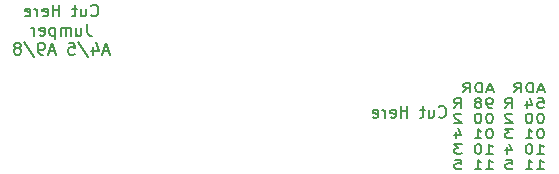
<source format=gbr>
%TF.GenerationSoftware,KiCad,Pcbnew,7.0.2-0*%
%TF.CreationDate,2024-02-04T18:50:32+09:00*%
%TF.ProjectId,cpu-rom,6370752d-726f-46d2-9e6b-696361645f70,rev?*%
%TF.SameCoordinates,Original*%
%TF.FileFunction,Legend,Bot*%
%TF.FilePolarity,Positive*%
%FSLAX46Y46*%
G04 Gerber Fmt 4.6, Leading zero omitted, Abs format (unit mm)*
G04 Created by KiCad (PCBNEW 7.0.2-0) date 2024-02-04 18:50:32*
%MOMM*%
%LPD*%
G01*
G04 APERTURE LIST*
%ADD10C,0.150000*%
G04 APERTURE END LIST*
D10*
X147510523Y-100635523D02*
X147034333Y-100635523D01*
X147605761Y-100864095D02*
X147272428Y-100064095D01*
X147272428Y-100064095D02*
X146939095Y-100864095D01*
X146605761Y-100864095D02*
X146605761Y-100064095D01*
X146605761Y-100064095D02*
X146367666Y-100064095D01*
X146367666Y-100064095D02*
X146224809Y-100102190D01*
X146224809Y-100102190D02*
X146129571Y-100178380D01*
X146129571Y-100178380D02*
X146081952Y-100254571D01*
X146081952Y-100254571D02*
X146034333Y-100406952D01*
X146034333Y-100406952D02*
X146034333Y-100521238D01*
X146034333Y-100521238D02*
X146081952Y-100673619D01*
X146081952Y-100673619D02*
X146129571Y-100749809D01*
X146129571Y-100749809D02*
X146224809Y-100826000D01*
X146224809Y-100826000D02*
X146367666Y-100864095D01*
X146367666Y-100864095D02*
X146605761Y-100864095D01*
X145034333Y-100864095D02*
X145367666Y-100483142D01*
X145605761Y-100864095D02*
X145605761Y-100064095D01*
X145605761Y-100064095D02*
X145224809Y-100064095D01*
X145224809Y-100064095D02*
X145129571Y-100102190D01*
X145129571Y-100102190D02*
X145081952Y-100140285D01*
X145081952Y-100140285D02*
X145034333Y-100216476D01*
X145034333Y-100216476D02*
X145034333Y-100330761D01*
X145034333Y-100330761D02*
X145081952Y-100406952D01*
X145081952Y-100406952D02*
X145129571Y-100445047D01*
X145129571Y-100445047D02*
X145224809Y-100483142D01*
X145224809Y-100483142D02*
X145605761Y-100483142D01*
X146986714Y-101360095D02*
X147462904Y-101360095D01*
X147462904Y-101360095D02*
X147510523Y-101741047D01*
X147510523Y-101741047D02*
X147462904Y-101702952D01*
X147462904Y-101702952D02*
X147367666Y-101664857D01*
X147367666Y-101664857D02*
X147129571Y-101664857D01*
X147129571Y-101664857D02*
X147034333Y-101702952D01*
X147034333Y-101702952D02*
X146986714Y-101741047D01*
X146986714Y-101741047D02*
X146939095Y-101817238D01*
X146939095Y-101817238D02*
X146939095Y-102007714D01*
X146939095Y-102007714D02*
X146986714Y-102083904D01*
X146986714Y-102083904D02*
X147034333Y-102122000D01*
X147034333Y-102122000D02*
X147129571Y-102160095D01*
X147129571Y-102160095D02*
X147367666Y-102160095D01*
X147367666Y-102160095D02*
X147462904Y-102122000D01*
X147462904Y-102122000D02*
X147510523Y-102083904D01*
X146081952Y-101626761D02*
X146081952Y-102160095D01*
X146320047Y-101322000D02*
X146558142Y-101893428D01*
X146558142Y-101893428D02*
X145939095Y-101893428D01*
X144224809Y-102160095D02*
X144558142Y-101779142D01*
X144796237Y-102160095D02*
X144796237Y-101360095D01*
X144796237Y-101360095D02*
X144415285Y-101360095D01*
X144415285Y-101360095D02*
X144320047Y-101398190D01*
X144320047Y-101398190D02*
X144272428Y-101436285D01*
X144272428Y-101436285D02*
X144224809Y-101512476D01*
X144224809Y-101512476D02*
X144224809Y-101626761D01*
X144224809Y-101626761D02*
X144272428Y-101702952D01*
X144272428Y-101702952D02*
X144320047Y-101741047D01*
X144320047Y-101741047D02*
X144415285Y-101779142D01*
X144415285Y-101779142D02*
X144796237Y-101779142D01*
X147272428Y-102656095D02*
X147177190Y-102656095D01*
X147177190Y-102656095D02*
X147081952Y-102694190D01*
X147081952Y-102694190D02*
X147034333Y-102732285D01*
X147034333Y-102732285D02*
X146986714Y-102808476D01*
X146986714Y-102808476D02*
X146939095Y-102960857D01*
X146939095Y-102960857D02*
X146939095Y-103151333D01*
X146939095Y-103151333D02*
X146986714Y-103303714D01*
X146986714Y-103303714D02*
X147034333Y-103379904D01*
X147034333Y-103379904D02*
X147081952Y-103418000D01*
X147081952Y-103418000D02*
X147177190Y-103456095D01*
X147177190Y-103456095D02*
X147272428Y-103456095D01*
X147272428Y-103456095D02*
X147367666Y-103418000D01*
X147367666Y-103418000D02*
X147415285Y-103379904D01*
X147415285Y-103379904D02*
X147462904Y-103303714D01*
X147462904Y-103303714D02*
X147510523Y-103151333D01*
X147510523Y-103151333D02*
X147510523Y-102960857D01*
X147510523Y-102960857D02*
X147462904Y-102808476D01*
X147462904Y-102808476D02*
X147415285Y-102732285D01*
X147415285Y-102732285D02*
X147367666Y-102694190D01*
X147367666Y-102694190D02*
X147272428Y-102656095D01*
X146320047Y-102656095D02*
X146224809Y-102656095D01*
X146224809Y-102656095D02*
X146129571Y-102694190D01*
X146129571Y-102694190D02*
X146081952Y-102732285D01*
X146081952Y-102732285D02*
X146034333Y-102808476D01*
X146034333Y-102808476D02*
X145986714Y-102960857D01*
X145986714Y-102960857D02*
X145986714Y-103151333D01*
X145986714Y-103151333D02*
X146034333Y-103303714D01*
X146034333Y-103303714D02*
X146081952Y-103379904D01*
X146081952Y-103379904D02*
X146129571Y-103418000D01*
X146129571Y-103418000D02*
X146224809Y-103456095D01*
X146224809Y-103456095D02*
X146320047Y-103456095D01*
X146320047Y-103456095D02*
X146415285Y-103418000D01*
X146415285Y-103418000D02*
X146462904Y-103379904D01*
X146462904Y-103379904D02*
X146510523Y-103303714D01*
X146510523Y-103303714D02*
X146558142Y-103151333D01*
X146558142Y-103151333D02*
X146558142Y-102960857D01*
X146558142Y-102960857D02*
X146510523Y-102808476D01*
X146510523Y-102808476D02*
X146462904Y-102732285D01*
X146462904Y-102732285D02*
X146415285Y-102694190D01*
X146415285Y-102694190D02*
X146320047Y-102656095D01*
X144843856Y-102732285D02*
X144796237Y-102694190D01*
X144796237Y-102694190D02*
X144700999Y-102656095D01*
X144700999Y-102656095D02*
X144462904Y-102656095D01*
X144462904Y-102656095D02*
X144367666Y-102694190D01*
X144367666Y-102694190D02*
X144320047Y-102732285D01*
X144320047Y-102732285D02*
X144272428Y-102808476D01*
X144272428Y-102808476D02*
X144272428Y-102884666D01*
X144272428Y-102884666D02*
X144320047Y-102998952D01*
X144320047Y-102998952D02*
X144891475Y-103456095D01*
X144891475Y-103456095D02*
X144272428Y-103456095D01*
X147272428Y-103952095D02*
X147177190Y-103952095D01*
X147177190Y-103952095D02*
X147081952Y-103990190D01*
X147081952Y-103990190D02*
X147034333Y-104028285D01*
X147034333Y-104028285D02*
X146986714Y-104104476D01*
X146986714Y-104104476D02*
X146939095Y-104256857D01*
X146939095Y-104256857D02*
X146939095Y-104447333D01*
X146939095Y-104447333D02*
X146986714Y-104599714D01*
X146986714Y-104599714D02*
X147034333Y-104675904D01*
X147034333Y-104675904D02*
X147081952Y-104714000D01*
X147081952Y-104714000D02*
X147177190Y-104752095D01*
X147177190Y-104752095D02*
X147272428Y-104752095D01*
X147272428Y-104752095D02*
X147367666Y-104714000D01*
X147367666Y-104714000D02*
X147415285Y-104675904D01*
X147415285Y-104675904D02*
X147462904Y-104599714D01*
X147462904Y-104599714D02*
X147510523Y-104447333D01*
X147510523Y-104447333D02*
X147510523Y-104256857D01*
X147510523Y-104256857D02*
X147462904Y-104104476D01*
X147462904Y-104104476D02*
X147415285Y-104028285D01*
X147415285Y-104028285D02*
X147367666Y-103990190D01*
X147367666Y-103990190D02*
X147272428Y-103952095D01*
X145986714Y-104752095D02*
X146558142Y-104752095D01*
X146272428Y-104752095D02*
X146272428Y-103952095D01*
X146272428Y-103952095D02*
X146367666Y-104066380D01*
X146367666Y-104066380D02*
X146462904Y-104142571D01*
X146462904Y-104142571D02*
X146558142Y-104180666D01*
X144891475Y-103952095D02*
X144272428Y-103952095D01*
X144272428Y-103952095D02*
X144605761Y-104256857D01*
X144605761Y-104256857D02*
X144462904Y-104256857D01*
X144462904Y-104256857D02*
X144367666Y-104294952D01*
X144367666Y-104294952D02*
X144320047Y-104333047D01*
X144320047Y-104333047D02*
X144272428Y-104409238D01*
X144272428Y-104409238D02*
X144272428Y-104599714D01*
X144272428Y-104599714D02*
X144320047Y-104675904D01*
X144320047Y-104675904D02*
X144367666Y-104714000D01*
X144367666Y-104714000D02*
X144462904Y-104752095D01*
X144462904Y-104752095D02*
X144748618Y-104752095D01*
X144748618Y-104752095D02*
X144843856Y-104714000D01*
X144843856Y-104714000D02*
X144891475Y-104675904D01*
X146939095Y-106048095D02*
X147510523Y-106048095D01*
X147224809Y-106048095D02*
X147224809Y-105248095D01*
X147224809Y-105248095D02*
X147320047Y-105362380D01*
X147320047Y-105362380D02*
X147415285Y-105438571D01*
X147415285Y-105438571D02*
X147510523Y-105476666D01*
X146320047Y-105248095D02*
X146224809Y-105248095D01*
X146224809Y-105248095D02*
X146129571Y-105286190D01*
X146129571Y-105286190D02*
X146081952Y-105324285D01*
X146081952Y-105324285D02*
X146034333Y-105400476D01*
X146034333Y-105400476D02*
X145986714Y-105552857D01*
X145986714Y-105552857D02*
X145986714Y-105743333D01*
X145986714Y-105743333D02*
X146034333Y-105895714D01*
X146034333Y-105895714D02*
X146081952Y-105971904D01*
X146081952Y-105971904D02*
X146129571Y-106010000D01*
X146129571Y-106010000D02*
X146224809Y-106048095D01*
X146224809Y-106048095D02*
X146320047Y-106048095D01*
X146320047Y-106048095D02*
X146415285Y-106010000D01*
X146415285Y-106010000D02*
X146462904Y-105971904D01*
X146462904Y-105971904D02*
X146510523Y-105895714D01*
X146510523Y-105895714D02*
X146558142Y-105743333D01*
X146558142Y-105743333D02*
X146558142Y-105552857D01*
X146558142Y-105552857D02*
X146510523Y-105400476D01*
X146510523Y-105400476D02*
X146462904Y-105324285D01*
X146462904Y-105324285D02*
X146415285Y-105286190D01*
X146415285Y-105286190D02*
X146320047Y-105248095D01*
X144367666Y-105514761D02*
X144367666Y-106048095D01*
X144605761Y-105210000D02*
X144843856Y-105781428D01*
X144843856Y-105781428D02*
X144224809Y-105781428D01*
X146939095Y-107344095D02*
X147510523Y-107344095D01*
X147224809Y-107344095D02*
X147224809Y-106544095D01*
X147224809Y-106544095D02*
X147320047Y-106658380D01*
X147320047Y-106658380D02*
X147415285Y-106734571D01*
X147415285Y-106734571D02*
X147510523Y-106772666D01*
X145986714Y-107344095D02*
X146558142Y-107344095D01*
X146272428Y-107344095D02*
X146272428Y-106544095D01*
X146272428Y-106544095D02*
X146367666Y-106658380D01*
X146367666Y-106658380D02*
X146462904Y-106734571D01*
X146462904Y-106734571D02*
X146558142Y-106772666D01*
X144320047Y-106544095D02*
X144796237Y-106544095D01*
X144796237Y-106544095D02*
X144843856Y-106925047D01*
X144843856Y-106925047D02*
X144796237Y-106886952D01*
X144796237Y-106886952D02*
X144700999Y-106848857D01*
X144700999Y-106848857D02*
X144462904Y-106848857D01*
X144462904Y-106848857D02*
X144367666Y-106886952D01*
X144367666Y-106886952D02*
X144320047Y-106925047D01*
X144320047Y-106925047D02*
X144272428Y-107001238D01*
X144272428Y-107001238D02*
X144272428Y-107191714D01*
X144272428Y-107191714D02*
X144320047Y-107267904D01*
X144320047Y-107267904D02*
X144367666Y-107306000D01*
X144367666Y-107306000D02*
X144462904Y-107344095D01*
X144462904Y-107344095D02*
X144700999Y-107344095D01*
X144700999Y-107344095D02*
X144796237Y-107306000D01*
X144796237Y-107306000D02*
X144843856Y-107267904D01*
X138636476Y-102906380D02*
X138684095Y-102954000D01*
X138684095Y-102954000D02*
X138826952Y-103001619D01*
X138826952Y-103001619D02*
X138922190Y-103001619D01*
X138922190Y-103001619D02*
X139065047Y-102954000D01*
X139065047Y-102954000D02*
X139160285Y-102858761D01*
X139160285Y-102858761D02*
X139207904Y-102763523D01*
X139207904Y-102763523D02*
X139255523Y-102573047D01*
X139255523Y-102573047D02*
X139255523Y-102430190D01*
X139255523Y-102430190D02*
X139207904Y-102239714D01*
X139207904Y-102239714D02*
X139160285Y-102144476D01*
X139160285Y-102144476D02*
X139065047Y-102049238D01*
X139065047Y-102049238D02*
X138922190Y-102001619D01*
X138922190Y-102001619D02*
X138826952Y-102001619D01*
X138826952Y-102001619D02*
X138684095Y-102049238D01*
X138684095Y-102049238D02*
X138636476Y-102096857D01*
X137779333Y-102334952D02*
X137779333Y-103001619D01*
X138207904Y-102334952D02*
X138207904Y-102858761D01*
X138207904Y-102858761D02*
X138160285Y-102954000D01*
X138160285Y-102954000D02*
X138065047Y-103001619D01*
X138065047Y-103001619D02*
X137922190Y-103001619D01*
X137922190Y-103001619D02*
X137826952Y-102954000D01*
X137826952Y-102954000D02*
X137779333Y-102906380D01*
X137445999Y-102334952D02*
X137065047Y-102334952D01*
X137303142Y-102001619D02*
X137303142Y-102858761D01*
X137303142Y-102858761D02*
X137255523Y-102954000D01*
X137255523Y-102954000D02*
X137160285Y-103001619D01*
X137160285Y-103001619D02*
X137065047Y-103001619D01*
X135969808Y-103001619D02*
X135969808Y-102001619D01*
X135969808Y-102477809D02*
X135398380Y-102477809D01*
X135398380Y-103001619D02*
X135398380Y-102001619D01*
X134541237Y-102954000D02*
X134636475Y-103001619D01*
X134636475Y-103001619D02*
X134826951Y-103001619D01*
X134826951Y-103001619D02*
X134922189Y-102954000D01*
X134922189Y-102954000D02*
X134969808Y-102858761D01*
X134969808Y-102858761D02*
X134969808Y-102477809D01*
X134969808Y-102477809D02*
X134922189Y-102382571D01*
X134922189Y-102382571D02*
X134826951Y-102334952D01*
X134826951Y-102334952D02*
X134636475Y-102334952D01*
X134636475Y-102334952D02*
X134541237Y-102382571D01*
X134541237Y-102382571D02*
X134493618Y-102477809D01*
X134493618Y-102477809D02*
X134493618Y-102573047D01*
X134493618Y-102573047D02*
X134969808Y-102668285D01*
X134065046Y-103001619D02*
X134065046Y-102334952D01*
X134065046Y-102525428D02*
X134017427Y-102430190D01*
X134017427Y-102430190D02*
X133969808Y-102382571D01*
X133969808Y-102382571D02*
X133874570Y-102334952D01*
X133874570Y-102334952D02*
X133779332Y-102334952D01*
X133065046Y-102954000D02*
X133160284Y-103001619D01*
X133160284Y-103001619D02*
X133350760Y-103001619D01*
X133350760Y-103001619D02*
X133445998Y-102954000D01*
X133445998Y-102954000D02*
X133493617Y-102858761D01*
X133493617Y-102858761D02*
X133493617Y-102477809D01*
X133493617Y-102477809D02*
X133445998Y-102382571D01*
X133445998Y-102382571D02*
X133350760Y-102334952D01*
X133350760Y-102334952D02*
X133160284Y-102334952D01*
X133160284Y-102334952D02*
X133065046Y-102382571D01*
X133065046Y-102382571D02*
X133017427Y-102477809D01*
X133017427Y-102477809D02*
X133017427Y-102573047D01*
X133017427Y-102573047D02*
X133493617Y-102668285D01*
X109180000Y-94332380D02*
X109227619Y-94380000D01*
X109227619Y-94380000D02*
X109370476Y-94427619D01*
X109370476Y-94427619D02*
X109465714Y-94427619D01*
X109465714Y-94427619D02*
X109608571Y-94380000D01*
X109608571Y-94380000D02*
X109703809Y-94284761D01*
X109703809Y-94284761D02*
X109751428Y-94189523D01*
X109751428Y-94189523D02*
X109799047Y-93999047D01*
X109799047Y-93999047D02*
X109799047Y-93856190D01*
X109799047Y-93856190D02*
X109751428Y-93665714D01*
X109751428Y-93665714D02*
X109703809Y-93570476D01*
X109703809Y-93570476D02*
X109608571Y-93475238D01*
X109608571Y-93475238D02*
X109465714Y-93427619D01*
X109465714Y-93427619D02*
X109370476Y-93427619D01*
X109370476Y-93427619D02*
X109227619Y-93475238D01*
X109227619Y-93475238D02*
X109180000Y-93522857D01*
X108322857Y-93760952D02*
X108322857Y-94427619D01*
X108751428Y-93760952D02*
X108751428Y-94284761D01*
X108751428Y-94284761D02*
X108703809Y-94380000D01*
X108703809Y-94380000D02*
X108608571Y-94427619D01*
X108608571Y-94427619D02*
X108465714Y-94427619D01*
X108465714Y-94427619D02*
X108370476Y-94380000D01*
X108370476Y-94380000D02*
X108322857Y-94332380D01*
X107989523Y-93760952D02*
X107608571Y-93760952D01*
X107846666Y-93427619D02*
X107846666Y-94284761D01*
X107846666Y-94284761D02*
X107799047Y-94380000D01*
X107799047Y-94380000D02*
X107703809Y-94427619D01*
X107703809Y-94427619D02*
X107608571Y-94427619D01*
X106513332Y-94427619D02*
X106513332Y-93427619D01*
X106513332Y-93903809D02*
X105941904Y-93903809D01*
X105941904Y-94427619D02*
X105941904Y-93427619D01*
X105084761Y-94380000D02*
X105179999Y-94427619D01*
X105179999Y-94427619D02*
X105370475Y-94427619D01*
X105370475Y-94427619D02*
X105465713Y-94380000D01*
X105465713Y-94380000D02*
X105513332Y-94284761D01*
X105513332Y-94284761D02*
X105513332Y-93903809D01*
X105513332Y-93903809D02*
X105465713Y-93808571D01*
X105465713Y-93808571D02*
X105370475Y-93760952D01*
X105370475Y-93760952D02*
X105179999Y-93760952D01*
X105179999Y-93760952D02*
X105084761Y-93808571D01*
X105084761Y-93808571D02*
X105037142Y-93903809D01*
X105037142Y-93903809D02*
X105037142Y-93999047D01*
X105037142Y-93999047D02*
X105513332Y-94094285D01*
X104608570Y-94427619D02*
X104608570Y-93760952D01*
X104608570Y-93951428D02*
X104560951Y-93856190D01*
X104560951Y-93856190D02*
X104513332Y-93808571D01*
X104513332Y-93808571D02*
X104418094Y-93760952D01*
X104418094Y-93760952D02*
X104322856Y-93760952D01*
X103608570Y-94380000D02*
X103703808Y-94427619D01*
X103703808Y-94427619D02*
X103894284Y-94427619D01*
X103894284Y-94427619D02*
X103989522Y-94380000D01*
X103989522Y-94380000D02*
X104037141Y-94284761D01*
X104037141Y-94284761D02*
X104037141Y-93903809D01*
X104037141Y-93903809D02*
X103989522Y-93808571D01*
X103989522Y-93808571D02*
X103894284Y-93760952D01*
X103894284Y-93760952D02*
X103703808Y-93760952D01*
X103703808Y-93760952D02*
X103608570Y-93808571D01*
X103608570Y-93808571D02*
X103560951Y-93903809D01*
X103560951Y-93903809D02*
X103560951Y-93999047D01*
X103560951Y-93999047D02*
X104037141Y-94094285D01*
X108846666Y-95047619D02*
X108846666Y-95761904D01*
X108846666Y-95761904D02*
X108894285Y-95904761D01*
X108894285Y-95904761D02*
X108989523Y-96000000D01*
X108989523Y-96000000D02*
X109132380Y-96047619D01*
X109132380Y-96047619D02*
X109227618Y-96047619D01*
X107941904Y-95380952D02*
X107941904Y-96047619D01*
X108370475Y-95380952D02*
X108370475Y-95904761D01*
X108370475Y-95904761D02*
X108322856Y-96000000D01*
X108322856Y-96000000D02*
X108227618Y-96047619D01*
X108227618Y-96047619D02*
X108084761Y-96047619D01*
X108084761Y-96047619D02*
X107989523Y-96000000D01*
X107989523Y-96000000D02*
X107941904Y-95952380D01*
X107465713Y-96047619D02*
X107465713Y-95380952D01*
X107465713Y-95476190D02*
X107418094Y-95428571D01*
X107418094Y-95428571D02*
X107322856Y-95380952D01*
X107322856Y-95380952D02*
X107179999Y-95380952D01*
X107179999Y-95380952D02*
X107084761Y-95428571D01*
X107084761Y-95428571D02*
X107037142Y-95523809D01*
X107037142Y-95523809D02*
X107037142Y-96047619D01*
X107037142Y-95523809D02*
X106989523Y-95428571D01*
X106989523Y-95428571D02*
X106894285Y-95380952D01*
X106894285Y-95380952D02*
X106751428Y-95380952D01*
X106751428Y-95380952D02*
X106656189Y-95428571D01*
X106656189Y-95428571D02*
X106608570Y-95523809D01*
X106608570Y-95523809D02*
X106608570Y-96047619D01*
X106132380Y-95380952D02*
X106132380Y-96380952D01*
X106132380Y-95428571D02*
X106037142Y-95380952D01*
X106037142Y-95380952D02*
X105846666Y-95380952D01*
X105846666Y-95380952D02*
X105751428Y-95428571D01*
X105751428Y-95428571D02*
X105703809Y-95476190D01*
X105703809Y-95476190D02*
X105656190Y-95571428D01*
X105656190Y-95571428D02*
X105656190Y-95857142D01*
X105656190Y-95857142D02*
X105703809Y-95952380D01*
X105703809Y-95952380D02*
X105751428Y-96000000D01*
X105751428Y-96000000D02*
X105846666Y-96047619D01*
X105846666Y-96047619D02*
X106037142Y-96047619D01*
X106037142Y-96047619D02*
X106132380Y-96000000D01*
X104846666Y-96000000D02*
X104941904Y-96047619D01*
X104941904Y-96047619D02*
X105132380Y-96047619D01*
X105132380Y-96047619D02*
X105227618Y-96000000D01*
X105227618Y-96000000D02*
X105275237Y-95904761D01*
X105275237Y-95904761D02*
X105275237Y-95523809D01*
X105275237Y-95523809D02*
X105227618Y-95428571D01*
X105227618Y-95428571D02*
X105132380Y-95380952D01*
X105132380Y-95380952D02*
X104941904Y-95380952D01*
X104941904Y-95380952D02*
X104846666Y-95428571D01*
X104846666Y-95428571D02*
X104799047Y-95523809D01*
X104799047Y-95523809D02*
X104799047Y-95619047D01*
X104799047Y-95619047D02*
X105275237Y-95714285D01*
X104370475Y-96047619D02*
X104370475Y-95380952D01*
X104370475Y-95571428D02*
X104322856Y-95476190D01*
X104322856Y-95476190D02*
X104275237Y-95428571D01*
X104275237Y-95428571D02*
X104179999Y-95380952D01*
X104179999Y-95380952D02*
X104084761Y-95380952D01*
X110679999Y-97381904D02*
X110203809Y-97381904D01*
X110775237Y-97667619D02*
X110441904Y-96667619D01*
X110441904Y-96667619D02*
X110108571Y-97667619D01*
X109346666Y-97000952D02*
X109346666Y-97667619D01*
X109584761Y-96620000D02*
X109822856Y-97334285D01*
X109822856Y-97334285D02*
X109203809Y-97334285D01*
X108108571Y-96620000D02*
X108965713Y-97905714D01*
X107299047Y-96667619D02*
X107775237Y-96667619D01*
X107775237Y-96667619D02*
X107822856Y-97143809D01*
X107822856Y-97143809D02*
X107775237Y-97096190D01*
X107775237Y-97096190D02*
X107679999Y-97048571D01*
X107679999Y-97048571D02*
X107441904Y-97048571D01*
X107441904Y-97048571D02*
X107346666Y-97096190D01*
X107346666Y-97096190D02*
X107299047Y-97143809D01*
X107299047Y-97143809D02*
X107251428Y-97239047D01*
X107251428Y-97239047D02*
X107251428Y-97477142D01*
X107251428Y-97477142D02*
X107299047Y-97572380D01*
X107299047Y-97572380D02*
X107346666Y-97620000D01*
X107346666Y-97620000D02*
X107441904Y-97667619D01*
X107441904Y-97667619D02*
X107679999Y-97667619D01*
X107679999Y-97667619D02*
X107775237Y-97620000D01*
X107775237Y-97620000D02*
X107822856Y-97572380D01*
X106108570Y-97381904D02*
X105632380Y-97381904D01*
X106203808Y-97667619D02*
X105870475Y-96667619D01*
X105870475Y-96667619D02*
X105537142Y-97667619D01*
X105156189Y-97667619D02*
X104965713Y-97667619D01*
X104965713Y-97667619D02*
X104870475Y-97620000D01*
X104870475Y-97620000D02*
X104822856Y-97572380D01*
X104822856Y-97572380D02*
X104727618Y-97429523D01*
X104727618Y-97429523D02*
X104679999Y-97239047D01*
X104679999Y-97239047D02*
X104679999Y-96858095D01*
X104679999Y-96858095D02*
X104727618Y-96762857D01*
X104727618Y-96762857D02*
X104775237Y-96715238D01*
X104775237Y-96715238D02*
X104870475Y-96667619D01*
X104870475Y-96667619D02*
X105060951Y-96667619D01*
X105060951Y-96667619D02*
X105156189Y-96715238D01*
X105156189Y-96715238D02*
X105203808Y-96762857D01*
X105203808Y-96762857D02*
X105251427Y-96858095D01*
X105251427Y-96858095D02*
X105251427Y-97096190D01*
X105251427Y-97096190D02*
X105203808Y-97191428D01*
X105203808Y-97191428D02*
X105156189Y-97239047D01*
X105156189Y-97239047D02*
X105060951Y-97286666D01*
X105060951Y-97286666D02*
X104870475Y-97286666D01*
X104870475Y-97286666D02*
X104775237Y-97239047D01*
X104775237Y-97239047D02*
X104727618Y-97191428D01*
X104727618Y-97191428D02*
X104679999Y-97096190D01*
X103537142Y-96620000D02*
X104394284Y-97905714D01*
X103060951Y-97096190D02*
X103156189Y-97048571D01*
X103156189Y-97048571D02*
X103203808Y-97000952D01*
X103203808Y-97000952D02*
X103251427Y-96905714D01*
X103251427Y-96905714D02*
X103251427Y-96858095D01*
X103251427Y-96858095D02*
X103203808Y-96762857D01*
X103203808Y-96762857D02*
X103156189Y-96715238D01*
X103156189Y-96715238D02*
X103060951Y-96667619D01*
X103060951Y-96667619D02*
X102870475Y-96667619D01*
X102870475Y-96667619D02*
X102775237Y-96715238D01*
X102775237Y-96715238D02*
X102727618Y-96762857D01*
X102727618Y-96762857D02*
X102679999Y-96858095D01*
X102679999Y-96858095D02*
X102679999Y-96905714D01*
X102679999Y-96905714D02*
X102727618Y-97000952D01*
X102727618Y-97000952D02*
X102775237Y-97048571D01*
X102775237Y-97048571D02*
X102870475Y-97096190D01*
X102870475Y-97096190D02*
X103060951Y-97096190D01*
X103060951Y-97096190D02*
X103156189Y-97143809D01*
X103156189Y-97143809D02*
X103203808Y-97191428D01*
X103203808Y-97191428D02*
X103251427Y-97286666D01*
X103251427Y-97286666D02*
X103251427Y-97477142D01*
X103251427Y-97477142D02*
X103203808Y-97572380D01*
X103203808Y-97572380D02*
X103156189Y-97620000D01*
X103156189Y-97620000D02*
X103060951Y-97667619D01*
X103060951Y-97667619D02*
X102870475Y-97667619D01*
X102870475Y-97667619D02*
X102775237Y-97620000D01*
X102775237Y-97620000D02*
X102727618Y-97572380D01*
X102727618Y-97572380D02*
X102679999Y-97477142D01*
X102679999Y-97477142D02*
X102679999Y-97286666D01*
X102679999Y-97286666D02*
X102727618Y-97191428D01*
X102727618Y-97191428D02*
X102775237Y-97143809D01*
X102775237Y-97143809D02*
X102870475Y-97096190D01*
X143192523Y-100635523D02*
X142716333Y-100635523D01*
X143287761Y-100864095D02*
X142954428Y-100064095D01*
X142954428Y-100064095D02*
X142621095Y-100864095D01*
X142287761Y-100864095D02*
X142287761Y-100064095D01*
X142287761Y-100064095D02*
X142049666Y-100064095D01*
X142049666Y-100064095D02*
X141906809Y-100102190D01*
X141906809Y-100102190D02*
X141811571Y-100178380D01*
X141811571Y-100178380D02*
X141763952Y-100254571D01*
X141763952Y-100254571D02*
X141716333Y-100406952D01*
X141716333Y-100406952D02*
X141716333Y-100521238D01*
X141716333Y-100521238D02*
X141763952Y-100673619D01*
X141763952Y-100673619D02*
X141811571Y-100749809D01*
X141811571Y-100749809D02*
X141906809Y-100826000D01*
X141906809Y-100826000D02*
X142049666Y-100864095D01*
X142049666Y-100864095D02*
X142287761Y-100864095D01*
X140716333Y-100864095D02*
X141049666Y-100483142D01*
X141287761Y-100864095D02*
X141287761Y-100064095D01*
X141287761Y-100064095D02*
X140906809Y-100064095D01*
X140906809Y-100064095D02*
X140811571Y-100102190D01*
X140811571Y-100102190D02*
X140763952Y-100140285D01*
X140763952Y-100140285D02*
X140716333Y-100216476D01*
X140716333Y-100216476D02*
X140716333Y-100330761D01*
X140716333Y-100330761D02*
X140763952Y-100406952D01*
X140763952Y-100406952D02*
X140811571Y-100445047D01*
X140811571Y-100445047D02*
X140906809Y-100483142D01*
X140906809Y-100483142D02*
X141287761Y-100483142D01*
X143097285Y-102160095D02*
X142906809Y-102160095D01*
X142906809Y-102160095D02*
X142811571Y-102122000D01*
X142811571Y-102122000D02*
X142763952Y-102083904D01*
X142763952Y-102083904D02*
X142668714Y-101969619D01*
X142668714Y-101969619D02*
X142621095Y-101817238D01*
X142621095Y-101817238D02*
X142621095Y-101512476D01*
X142621095Y-101512476D02*
X142668714Y-101436285D01*
X142668714Y-101436285D02*
X142716333Y-101398190D01*
X142716333Y-101398190D02*
X142811571Y-101360095D01*
X142811571Y-101360095D02*
X143002047Y-101360095D01*
X143002047Y-101360095D02*
X143097285Y-101398190D01*
X143097285Y-101398190D02*
X143144904Y-101436285D01*
X143144904Y-101436285D02*
X143192523Y-101512476D01*
X143192523Y-101512476D02*
X143192523Y-101702952D01*
X143192523Y-101702952D02*
X143144904Y-101779142D01*
X143144904Y-101779142D02*
X143097285Y-101817238D01*
X143097285Y-101817238D02*
X143002047Y-101855333D01*
X143002047Y-101855333D02*
X142811571Y-101855333D01*
X142811571Y-101855333D02*
X142716333Y-101817238D01*
X142716333Y-101817238D02*
X142668714Y-101779142D01*
X142668714Y-101779142D02*
X142621095Y-101702952D01*
X142049666Y-101702952D02*
X142144904Y-101664857D01*
X142144904Y-101664857D02*
X142192523Y-101626761D01*
X142192523Y-101626761D02*
X142240142Y-101550571D01*
X142240142Y-101550571D02*
X142240142Y-101512476D01*
X142240142Y-101512476D02*
X142192523Y-101436285D01*
X142192523Y-101436285D02*
X142144904Y-101398190D01*
X142144904Y-101398190D02*
X142049666Y-101360095D01*
X142049666Y-101360095D02*
X141859190Y-101360095D01*
X141859190Y-101360095D02*
X141763952Y-101398190D01*
X141763952Y-101398190D02*
X141716333Y-101436285D01*
X141716333Y-101436285D02*
X141668714Y-101512476D01*
X141668714Y-101512476D02*
X141668714Y-101550571D01*
X141668714Y-101550571D02*
X141716333Y-101626761D01*
X141716333Y-101626761D02*
X141763952Y-101664857D01*
X141763952Y-101664857D02*
X141859190Y-101702952D01*
X141859190Y-101702952D02*
X142049666Y-101702952D01*
X142049666Y-101702952D02*
X142144904Y-101741047D01*
X142144904Y-101741047D02*
X142192523Y-101779142D01*
X142192523Y-101779142D02*
X142240142Y-101855333D01*
X142240142Y-101855333D02*
X142240142Y-102007714D01*
X142240142Y-102007714D02*
X142192523Y-102083904D01*
X142192523Y-102083904D02*
X142144904Y-102122000D01*
X142144904Y-102122000D02*
X142049666Y-102160095D01*
X142049666Y-102160095D02*
X141859190Y-102160095D01*
X141859190Y-102160095D02*
X141763952Y-102122000D01*
X141763952Y-102122000D02*
X141716333Y-102083904D01*
X141716333Y-102083904D02*
X141668714Y-102007714D01*
X141668714Y-102007714D02*
X141668714Y-101855333D01*
X141668714Y-101855333D02*
X141716333Y-101779142D01*
X141716333Y-101779142D02*
X141763952Y-101741047D01*
X141763952Y-101741047D02*
X141859190Y-101702952D01*
X139906809Y-102160095D02*
X140240142Y-101779142D01*
X140478237Y-102160095D02*
X140478237Y-101360095D01*
X140478237Y-101360095D02*
X140097285Y-101360095D01*
X140097285Y-101360095D02*
X140002047Y-101398190D01*
X140002047Y-101398190D02*
X139954428Y-101436285D01*
X139954428Y-101436285D02*
X139906809Y-101512476D01*
X139906809Y-101512476D02*
X139906809Y-101626761D01*
X139906809Y-101626761D02*
X139954428Y-101702952D01*
X139954428Y-101702952D02*
X140002047Y-101741047D01*
X140002047Y-101741047D02*
X140097285Y-101779142D01*
X140097285Y-101779142D02*
X140478237Y-101779142D01*
X142954428Y-102656095D02*
X142859190Y-102656095D01*
X142859190Y-102656095D02*
X142763952Y-102694190D01*
X142763952Y-102694190D02*
X142716333Y-102732285D01*
X142716333Y-102732285D02*
X142668714Y-102808476D01*
X142668714Y-102808476D02*
X142621095Y-102960857D01*
X142621095Y-102960857D02*
X142621095Y-103151333D01*
X142621095Y-103151333D02*
X142668714Y-103303714D01*
X142668714Y-103303714D02*
X142716333Y-103379904D01*
X142716333Y-103379904D02*
X142763952Y-103418000D01*
X142763952Y-103418000D02*
X142859190Y-103456095D01*
X142859190Y-103456095D02*
X142954428Y-103456095D01*
X142954428Y-103456095D02*
X143049666Y-103418000D01*
X143049666Y-103418000D02*
X143097285Y-103379904D01*
X143097285Y-103379904D02*
X143144904Y-103303714D01*
X143144904Y-103303714D02*
X143192523Y-103151333D01*
X143192523Y-103151333D02*
X143192523Y-102960857D01*
X143192523Y-102960857D02*
X143144904Y-102808476D01*
X143144904Y-102808476D02*
X143097285Y-102732285D01*
X143097285Y-102732285D02*
X143049666Y-102694190D01*
X143049666Y-102694190D02*
X142954428Y-102656095D01*
X142002047Y-102656095D02*
X141906809Y-102656095D01*
X141906809Y-102656095D02*
X141811571Y-102694190D01*
X141811571Y-102694190D02*
X141763952Y-102732285D01*
X141763952Y-102732285D02*
X141716333Y-102808476D01*
X141716333Y-102808476D02*
X141668714Y-102960857D01*
X141668714Y-102960857D02*
X141668714Y-103151333D01*
X141668714Y-103151333D02*
X141716333Y-103303714D01*
X141716333Y-103303714D02*
X141763952Y-103379904D01*
X141763952Y-103379904D02*
X141811571Y-103418000D01*
X141811571Y-103418000D02*
X141906809Y-103456095D01*
X141906809Y-103456095D02*
X142002047Y-103456095D01*
X142002047Y-103456095D02*
X142097285Y-103418000D01*
X142097285Y-103418000D02*
X142144904Y-103379904D01*
X142144904Y-103379904D02*
X142192523Y-103303714D01*
X142192523Y-103303714D02*
X142240142Y-103151333D01*
X142240142Y-103151333D02*
X142240142Y-102960857D01*
X142240142Y-102960857D02*
X142192523Y-102808476D01*
X142192523Y-102808476D02*
X142144904Y-102732285D01*
X142144904Y-102732285D02*
X142097285Y-102694190D01*
X142097285Y-102694190D02*
X142002047Y-102656095D01*
X140525856Y-102732285D02*
X140478237Y-102694190D01*
X140478237Y-102694190D02*
X140382999Y-102656095D01*
X140382999Y-102656095D02*
X140144904Y-102656095D01*
X140144904Y-102656095D02*
X140049666Y-102694190D01*
X140049666Y-102694190D02*
X140002047Y-102732285D01*
X140002047Y-102732285D02*
X139954428Y-102808476D01*
X139954428Y-102808476D02*
X139954428Y-102884666D01*
X139954428Y-102884666D02*
X140002047Y-102998952D01*
X140002047Y-102998952D02*
X140573475Y-103456095D01*
X140573475Y-103456095D02*
X139954428Y-103456095D01*
X142954428Y-103952095D02*
X142859190Y-103952095D01*
X142859190Y-103952095D02*
X142763952Y-103990190D01*
X142763952Y-103990190D02*
X142716333Y-104028285D01*
X142716333Y-104028285D02*
X142668714Y-104104476D01*
X142668714Y-104104476D02*
X142621095Y-104256857D01*
X142621095Y-104256857D02*
X142621095Y-104447333D01*
X142621095Y-104447333D02*
X142668714Y-104599714D01*
X142668714Y-104599714D02*
X142716333Y-104675904D01*
X142716333Y-104675904D02*
X142763952Y-104714000D01*
X142763952Y-104714000D02*
X142859190Y-104752095D01*
X142859190Y-104752095D02*
X142954428Y-104752095D01*
X142954428Y-104752095D02*
X143049666Y-104714000D01*
X143049666Y-104714000D02*
X143097285Y-104675904D01*
X143097285Y-104675904D02*
X143144904Y-104599714D01*
X143144904Y-104599714D02*
X143192523Y-104447333D01*
X143192523Y-104447333D02*
X143192523Y-104256857D01*
X143192523Y-104256857D02*
X143144904Y-104104476D01*
X143144904Y-104104476D02*
X143097285Y-104028285D01*
X143097285Y-104028285D02*
X143049666Y-103990190D01*
X143049666Y-103990190D02*
X142954428Y-103952095D01*
X141668714Y-104752095D02*
X142240142Y-104752095D01*
X141954428Y-104752095D02*
X141954428Y-103952095D01*
X141954428Y-103952095D02*
X142049666Y-104066380D01*
X142049666Y-104066380D02*
X142144904Y-104142571D01*
X142144904Y-104142571D02*
X142240142Y-104180666D01*
X140049666Y-104218761D02*
X140049666Y-104752095D01*
X140287761Y-103914000D02*
X140525856Y-104485428D01*
X140525856Y-104485428D02*
X139906809Y-104485428D01*
X142621095Y-106048095D02*
X143192523Y-106048095D01*
X142906809Y-106048095D02*
X142906809Y-105248095D01*
X142906809Y-105248095D02*
X143002047Y-105362380D01*
X143002047Y-105362380D02*
X143097285Y-105438571D01*
X143097285Y-105438571D02*
X143192523Y-105476666D01*
X142002047Y-105248095D02*
X141906809Y-105248095D01*
X141906809Y-105248095D02*
X141811571Y-105286190D01*
X141811571Y-105286190D02*
X141763952Y-105324285D01*
X141763952Y-105324285D02*
X141716333Y-105400476D01*
X141716333Y-105400476D02*
X141668714Y-105552857D01*
X141668714Y-105552857D02*
X141668714Y-105743333D01*
X141668714Y-105743333D02*
X141716333Y-105895714D01*
X141716333Y-105895714D02*
X141763952Y-105971904D01*
X141763952Y-105971904D02*
X141811571Y-106010000D01*
X141811571Y-106010000D02*
X141906809Y-106048095D01*
X141906809Y-106048095D02*
X142002047Y-106048095D01*
X142002047Y-106048095D02*
X142097285Y-106010000D01*
X142097285Y-106010000D02*
X142144904Y-105971904D01*
X142144904Y-105971904D02*
X142192523Y-105895714D01*
X142192523Y-105895714D02*
X142240142Y-105743333D01*
X142240142Y-105743333D02*
X142240142Y-105552857D01*
X142240142Y-105552857D02*
X142192523Y-105400476D01*
X142192523Y-105400476D02*
X142144904Y-105324285D01*
X142144904Y-105324285D02*
X142097285Y-105286190D01*
X142097285Y-105286190D02*
X142002047Y-105248095D01*
X140573475Y-105248095D02*
X139954428Y-105248095D01*
X139954428Y-105248095D02*
X140287761Y-105552857D01*
X140287761Y-105552857D02*
X140144904Y-105552857D01*
X140144904Y-105552857D02*
X140049666Y-105590952D01*
X140049666Y-105590952D02*
X140002047Y-105629047D01*
X140002047Y-105629047D02*
X139954428Y-105705238D01*
X139954428Y-105705238D02*
X139954428Y-105895714D01*
X139954428Y-105895714D02*
X140002047Y-105971904D01*
X140002047Y-105971904D02*
X140049666Y-106010000D01*
X140049666Y-106010000D02*
X140144904Y-106048095D01*
X140144904Y-106048095D02*
X140430618Y-106048095D01*
X140430618Y-106048095D02*
X140525856Y-106010000D01*
X140525856Y-106010000D02*
X140573475Y-105971904D01*
X142621095Y-107344095D02*
X143192523Y-107344095D01*
X142906809Y-107344095D02*
X142906809Y-106544095D01*
X142906809Y-106544095D02*
X143002047Y-106658380D01*
X143002047Y-106658380D02*
X143097285Y-106734571D01*
X143097285Y-106734571D02*
X143192523Y-106772666D01*
X141668714Y-107344095D02*
X142240142Y-107344095D01*
X141954428Y-107344095D02*
X141954428Y-106544095D01*
X141954428Y-106544095D02*
X142049666Y-106658380D01*
X142049666Y-106658380D02*
X142144904Y-106734571D01*
X142144904Y-106734571D02*
X142240142Y-106772666D01*
X140002047Y-106544095D02*
X140478237Y-106544095D01*
X140478237Y-106544095D02*
X140525856Y-106925047D01*
X140525856Y-106925047D02*
X140478237Y-106886952D01*
X140478237Y-106886952D02*
X140382999Y-106848857D01*
X140382999Y-106848857D02*
X140144904Y-106848857D01*
X140144904Y-106848857D02*
X140049666Y-106886952D01*
X140049666Y-106886952D02*
X140002047Y-106925047D01*
X140002047Y-106925047D02*
X139954428Y-107001238D01*
X139954428Y-107001238D02*
X139954428Y-107191714D01*
X139954428Y-107191714D02*
X140002047Y-107267904D01*
X140002047Y-107267904D02*
X140049666Y-107306000D01*
X140049666Y-107306000D02*
X140144904Y-107344095D01*
X140144904Y-107344095D02*
X140382999Y-107344095D01*
X140382999Y-107344095D02*
X140478237Y-107306000D01*
X140478237Y-107306000D02*
X140525856Y-107267904D01*
M02*

</source>
